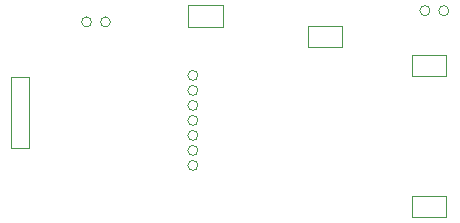
<source format=gbr>
%TF.GenerationSoftware,KiCad,Pcbnew,9.0.1*%
%TF.CreationDate,2025-04-09T10:04:17+05:30*%
%TF.ProjectId,ESPNut-D1,4553504e-7574-42d4-9431-2e6b69636164,0.1*%
%TF.SameCoordinates,Original*%
%TF.FileFunction,Other,User*%
%FSLAX46Y46*%
G04 Gerber Fmt 4.6, Leading zero omitted, Abs format (unit mm)*
G04 Created by KiCad (PCBNEW 9.0.1) date 2025-04-09 10:04:17*
%MOMM*%
%LPD*%
G01*
G04 APERTURE LIST*
%ADD10C,0.050000*%
G04 APERTURE END LIST*
D10*
X16424264Y13174000D02*
G75*
G02*
X15575736Y13174000I-424264J0D01*
G01*
X15575736Y13174000D02*
G75*
G02*
X16424264Y13174000I424264J0D01*
G01*
X16424264Y6824000D02*
G75*
G02*
X15575736Y6824000I-424264J0D01*
G01*
X15575736Y6824000D02*
G75*
G02*
X16424264Y6824000I424264J0D01*
G01*
X9023528Y17699264D02*
G75*
G02*
X8175000Y17699264I-424264J0D01*
G01*
X8175000Y17699264D02*
G75*
G02*
X9023528Y17699264I424264J0D01*
G01*
X16424264Y8094000D02*
G75*
G02*
X15575736Y8094000I-424264J0D01*
G01*
X15575736Y8094000D02*
G75*
G02*
X16424264Y8094000I424264J0D01*
G01*
X16424264Y9364000D02*
G75*
G02*
X15575736Y9364000I-424264J0D01*
G01*
X15575736Y9364000D02*
G75*
G02*
X16424264Y9364000I424264J0D01*
G01*
X37673528Y18653680D02*
G75*
G02*
X36825000Y18653680I-424264J0D01*
G01*
X36825000Y18653680D02*
G75*
G02*
X37673528Y18653680I424264J0D01*
G01*
X16424264Y10634000D02*
G75*
G02*
X15575736Y10634000I-424264J0D01*
G01*
X15575736Y10634000D02*
G75*
G02*
X16424264Y10634000I424264J0D01*
G01*
X34525000Y1155000D02*
X34525000Y2955000D01*
X34525000Y1155000D02*
X37425000Y1155000D01*
X37425000Y2955000D02*
X34525000Y2955000D01*
X37425000Y2955000D02*
X37425000Y1155000D01*
X34525000Y13145000D02*
X34525000Y14945000D01*
X34525000Y13145000D02*
X37425000Y13145000D01*
X37425000Y14945000D02*
X34525000Y14945000D01*
X37425000Y14945000D02*
X37425000Y13145000D01*
X36073528Y18655152D02*
G75*
G02*
X35225000Y18655152I-424264J0D01*
G01*
X35225000Y18655152D02*
G75*
G02*
X36073528Y18655152I424264J0D01*
G01*
X25725000Y15575000D02*
X25725000Y17375000D01*
X25725000Y15575000D02*
X28625000Y15575000D01*
X28625000Y17375000D02*
X25725000Y17375000D01*
X28625000Y17375000D02*
X28625000Y15575000D01*
X15625000Y17295000D02*
X15625000Y19095000D01*
X15625000Y17295000D02*
X18525000Y17295000D01*
X18525000Y19095000D02*
X15625000Y19095000D01*
X18525000Y19095000D02*
X18525000Y17295000D01*
X625000Y7000000D02*
X2125000Y7000000D01*
X2125000Y13000000D01*
X625000Y13000000D01*
X625000Y7000000D01*
X7423528Y17702208D02*
G75*
G02*
X6575000Y17702208I-424264J0D01*
G01*
X6575000Y17702208D02*
G75*
G02*
X7423528Y17702208I424264J0D01*
G01*
X16424264Y5554000D02*
G75*
G02*
X15575736Y5554000I-424264J0D01*
G01*
X15575736Y5554000D02*
G75*
G02*
X16424264Y5554000I424264J0D01*
G01*
X16424264Y11904000D02*
G75*
G02*
X15575736Y11904000I-424264J0D01*
G01*
X15575736Y11904000D02*
G75*
G02*
X16424264Y11904000I424264J0D01*
G01*
M02*

</source>
